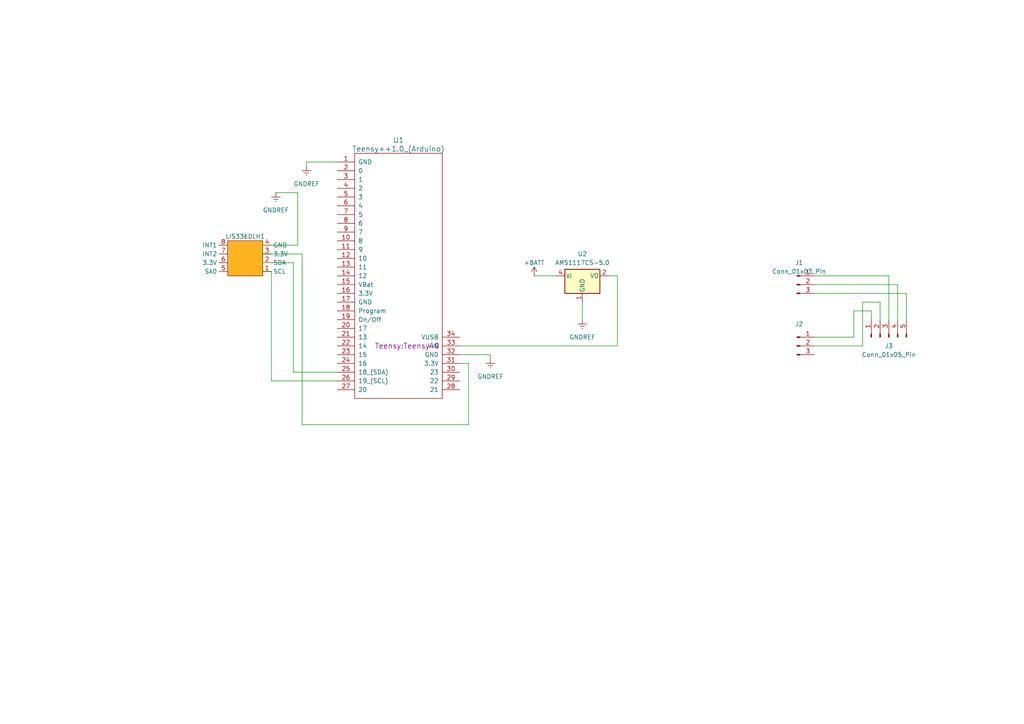
<source format=kicad_sch>
(kicad_sch (version 20230121) (generator eeschema)
  (paper "A4")
  (lib_symbols
    (symbol "Connector:Conn_01x03_Pin" (pin_names (offset 1.016) hide)
      (property "Reference" "J" (at 0 5.08 0))
      (property "Value" "Conn_01x03_Pin" (at 0 -5.08 0))
      (symbol "Conn_01x03_Pin_1_1"
        (polyline (pts (xy 1.27 -2.54) (xy 0.8636 -2.54)) (stroke (width 0.1524)))
        (polyline (pts (xy 1.27 0) (xy 0.8636 0)) (stroke (width 0.1524)))
        (polyline (pts (xy 1.27 2.54) (xy 0.8636 2.54)) (stroke (width 0.1524)))
        (rectangle (start 0.8636 -2.413) (end 0 -2.667) (stroke (width 0.1524)) (fill (type outline)))
        (rectangle (start 0.8636 0.127) (end 0 -0.127) (stroke (width 0.1524)) (fill (type outline)))
        (rectangle (start 0.8636 2.667) (end 0 2.413) (stroke (width 0.1524)) (fill (type outline)))
        (pin passive line (at 5.08 2.54 180) (length 3.81) (name "Pin_1") (number "1"))
        (pin passive line (at 5.08 0 180) (length 3.81) (name "Pin_2") (number "2"))
        (pin passive line (at 5.08 -2.54 180) (length 3.81) (name "Pin_3") (number "3"))
      )
    )
    (symbol "Connector:Conn_01x05_Pin" (pin_names (offset 1.016) hide)
      (property "Reference" "J" (at 0 7.62 0))
      (property "Value" "Conn_01x05_Pin" (at 0 -7.62 0))
      (symbol "Conn_01x05_Pin_1_1"
        (polyline (pts (xy 1.27 -5.08) (xy 0.8636 -5.08)) (stroke (width 0.1524)))
        (polyline (pts (xy 1.27 -2.54) (xy 0.8636 -2.54)) (stroke (width 0.1524)))
        (polyline (pts (xy 1.27 0) (xy 0.8636 0)) (stroke (width 0.1524)))
        (polyline (pts (xy 1.27 2.54) (xy 0.8636 2.54)) (stroke (width 0.1524)))
        (polyline (pts (xy 1.27 5.08) (xy 0.8636 5.08)) (stroke (width 0.1524)))
        (rectangle (start 0.8636 -4.953) (end 0 -5.207) (stroke (width 0.1524)) (fill (type outline)))
        (rectangle (start 0.8636 -2.413) (end 0 -2.667) (stroke (width 0.1524)) (fill (type outline)))
        (rectangle (start 0.8636 0.127) (end 0 -0.127) (stroke (width 0.1524)) (fill (type outline)))
        (rectangle (start 0.8636 2.667) (end 0 2.413) (stroke (width 0.1524)) (fill (type outline)))
        (rectangle (start 0.8636 5.207) (end 0 4.953) (stroke (width 0.1524)) (fill (type outline)))
        (pin passive line (at 5.08 5.08 180) (length 3.81) (name "Pin_1") (number "1"))
        (pin passive line (at 5.08 2.54 180) (length 3.81) (name "Pin_2") (number "2"))
        (pin passive line (at 5.08 0 180) (length 3.81) (name "Pin_3") (number "3"))
        (pin passive line (at 5.08 -2.54 180) (length 3.81) (name "Pin_4") (number "4"))
        (pin passive line (at 5.08 -5.08 180) (length 3.81) (name "Pin_5") (number "5"))
      )
    )
    (symbol "LIS331DLH:LIS331DLH"
      (property "Reference" "LIS331DLH" (at 0 0 0))
      (symbol "LIS331DLH_1_1"
        (rectangle (start -5.08 -1.27) (end 5.08 -11.43) (fill (type color) (color 255 179 33 1)))
        (pin input line (at 5.08 -10.16 0) (length 2.54) (name "SCL") (number "1"))
        (pin input line (at 5.08 -7.62 0) (length 2.54) (name "SDA") (number "2"))
        (pin input line (at 5.08 -5.08 0) (length 2.54) (name "3.3V") (number "3"))
        (pin input line (at 5.08 -2.54 0) (length 2.54) (name "GND") (number "4"))
        (pin input line (at -5.08 -10.16 180) (length 2.54) (name "SA0") (number "5"))
        (pin input line (at -5.08 -7.62 180) (length 2.54) (name "3.3V") (number "6"))
        (pin input line (at -5.08 -5.08 180) (length 2.54) (name "INT2") (number "7"))
        (pin input line (at -5.08 -2.54 180) (length 2.54) (name "INT1") (number "8"))
      )
    )
    (symbol "Regulator_Linear:AMS1117CS-5.0" (pin_names (offset 0.254))
      (property "Reference" "U" (at -3.81 3.175 0))
      (property "Value" "AMS1117CS-5.0" (at 0 3.175 0))
      (symbol "AMS1117CS-5.0_0_1"
        (rectangle (start -5.08 -5.08) (end 5.08 1.905) (stroke (width 0.254)) (fill (type background)))
      )
      (symbol "AMS1117CS-5.0_1_1"
        (pin power_in line (at 0 -7.62 90) (length 2.54) (name "GND") (number "1"))
        (pin power_out line (at 7.62 0 180) (length 2.54) (name "VO") (number "2"))
        (pin passive line (at 7.62 0 180) (length 2.54) hide (name "VO") (number "3"))
        (pin power_in line (at -7.62 0 0) (length 2.54) (name "VI") (number "4"))
        (pin no_connect line (at -2.54 -2.54 180) (length 2.54) hide (name "NC") (number "5"))
        (pin passive line (at 7.62 0 180) (length 2.54) hide (name "VO") (number "6"))
        (pin passive line (at 7.62 0 180) (length 2.54) hide (name "VO") (number "7"))
        (pin no_connect line (at 2.54 -2.54 0) (length 2.54) hide (name "NC") (number "8"))
      )
    )
    (symbol "Transformer:Teensy++1.0_(Arduino)" (pin_names (offset 1.016))
      (property "Reference" "U" (at 0 38.1 0))
      (property "Value" "Teensy++1.0_(Arduino)" (at 0 -38.1 0))
      (symbol "Teensy++1.0_(Arduino)_0_1"
        (rectangle (start -12.7 35.56) (end 12.7 -35.56))
      )
      (symbol "Teensy++1.0_(Arduino)_1_1"
        (pin power_in line (at -17.78 33.02 0) (length 5.08) (name "GND") (number "1"))
        (pin bidirectional line (at -17.78 10.16 0) (length 5.08) (name "8") (number "10"))
        (pin bidirectional line (at -17.78 7.62 0) (length 5.08) (name "9") (number "11"))
        (pin bidirectional line (at -17.78 5.08 0) (length 5.08) (name "10") (number "12"))
        (pin bidirectional line (at -17.78 2.54 0) (length 5.08) (name "11") (number "13"))
        (pin bidirectional line (at -17.78 0 0) (length 5.08) (name "12") (number "14"))
        (pin bidirectional line (at -17.78 -2.54 0) (length 5.08) (name "VBat") (number "15"))
        (pin bidirectional line (at -17.78 -5.08 0) (length 5.08) (name "3.3V") (number "16"))
        (pin bidirectional line (at -17.78 -7.62 0) (length 5.08) (name "GND") (number "17"))
        (pin bidirectional line (at -17.78 -10.16 0) (length 5.08) (name "Program") (number "18"))
        (pin bidirectional line (at -17.78 -12.7 0) (length 5.08) (name "On/Off") (number "19"))
        (pin bidirectional line (at -17.78 30.48 0) (length 5.08) (name "0") (number "2"))
        (pin bidirectional line (at -17.78 -15.24 0) (length 5.08) (name "17") (number "20"))
        (pin power_in line (at -17.78 -17.78 0) (length 5.08) (name "13") (number "21"))
        (pin power_in line (at -17.78 -20.32 0) (length 5.08) (name "14") (number "22"))
        (pin input line (at -17.78 -22.86 0) (length 5.08) (name "15") (number "23"))
        (pin bidirectional line (at -17.78 -25.4 0) (length 5.08) (name "16") (number "24"))
        (pin bidirectional line (at -17.78 -27.94 0) (length 5.08) (name "18_(SDA)") (number "25"))
        (pin bidirectional line (at -17.78 -30.48 0) (length 5.08) (name "19_(SCL)") (number "26"))
        (pin bidirectional line (at -17.78 -33.02 0) (length 5.08) (name "20") (number "27"))
        (pin bidirectional line (at 17.78 -33.02 180) (length 5.08) (name "21") (number "28"))
        (pin bidirectional line (at 17.78 -30.48 180) (length 5.08) (name "22") (number "29"))
        (pin bidirectional line (at -17.78 27.94 0) (length 5.08) (name "1") (number "3"))
        (pin bidirectional line (at 17.78 -27.94 180) (length 5.08) (name "23") (number "30"))
        (pin bidirectional line (at 17.78 -25.4 180) (length 5.08) (name "3.3V") (number "31"))
        (pin input line (at 17.78 -22.86 180) (length 5.08) (name "GND") (number "32"))
        (pin power_in line (at 17.78 -20.32 180) (length 5.08) (name "VIN") (number "33"))
        (pin bidirectional line (at 17.78 -17.78 180) (length 5.08) (name "VUSB") (number "34"))
        (pin bidirectional line (at -17.78 25.4 0) (length 5.08) (name "2") (number "4"))
        (pin bidirectional line (at -17.78 22.86 0) (length 5.08) (name "3") (number "5"))
        (pin bidirectional line (at -17.78 20.32 0) (length 5.08) (name "4") (number "6"))
        (pin bidirectional line (at -17.78 17.78 0) (length 5.08) (name "5") (number "7"))
        (pin bidirectional line (at -17.78 15.24 0) (length 5.08) (name "6") (number "8"))
        (pin bidirectional line (at -17.78 12.7 0) (length 5.08) (name "7") (number "9"))
      )
    )
    (symbol "power:+BATT" (power) (pin_names (offset 0))
      (property "Value" "+BATT" (at 0 3.556 0))
      (symbol "+BATT_0_1"
        (polyline (pts (xy -0.762 1.27) (xy 0 2.54)))
        (polyline (pts (xy 0 0) (xy 0 2.54)))
        (polyline (pts (xy 0 2.54) (xy 0.762 1.27)))
      )
      (symbol "+BATT_1_1"
        (pin power_in line (at 0 0 90) (length 0) hide (name "+BATT") (number "1"))
      )
    )
    (symbol "power:GNDREF" (power) (pin_names (offset 0))
      (property "Value" "GNDREF" (at 0 -3.81 0))
      (symbol "GNDREF_0_1"
        (polyline (pts (xy -0.635 -1.905) (xy 0.635 -1.905)))
        (polyline (pts (xy -0.127 -2.54) (xy 0.127 -2.54)))
        (polyline (pts (xy 0 -1.27) (xy 0 0)))
        (polyline (pts (xy 1.27 -1.27) (xy -1.27 -1.27)))
      )
      (symbol "GNDREF_1_1"
        (pin power_in line (at 0 0 270) (length 0) hide (name "GNDREF") (number "1"))
      )
    )
  )
  (wire (pts (xy 236.22 100.33) (xy 250.19 100.33)))
  (wire (pts (xy 78.74 78.74) (xy 78.74 110.49)))
  (wire (pts (xy 250.19 87.63) (xy 255.27 87.63)))
  (wire (pts (xy 76.2 73.66) (xy 87.63 73.66)))
  (wire (pts (xy 86.36 55.88) (xy 80.01 55.88)))
  (wire (pts (xy 88.9 48.26) (xy 88.9 46.99)))
  (wire (pts (xy 78.74 110.49) (xy 97.79 110.49)))
  (wire (pts (xy 161.29 80.01) (xy 154.94 80.01)))
  (wire (pts (xy 236.22 85.09) (xy 262.89 85.09)))
  (wire (pts (xy 252.73 90.17) (xy 252.73 92.71)))
  (wire (pts (xy 236.22 80.01) (xy 257.81 80.01)))
  (wire (pts (xy 135.89 105.41) (xy 135.89 123.19)))
  (wire (pts (xy 86.36 71.12) (xy 86.36 55.88)))
  (wire (pts (xy 86.36 71.12) (xy 76.2 71.12)))
  (wire (pts (xy 168.91 92.71) (xy 168.91 87.63)))
  (wire (pts (xy 88.9 46.99) (xy 97.79 46.99)))
  (wire (pts (xy 78.74 78.74) (xy 76.2 78.74)))
  (wire (pts (xy 85.09 76.2) (xy 76.2 76.2)))
  (wire (pts (xy 179.07 80.01) (xy 179.07 100.33)))
  (wire (pts (xy 142.24 102.87) (xy 133.35 102.87)))
  (wire (pts (xy 176.53 80.01) (xy 179.07 80.01)))
  (wire (pts (xy 236.22 97.79) (xy 247.65 97.79)))
  (wire (pts (xy 250.19 100.33) (xy 250.19 87.63)))
  (wire (pts (xy 97.79 107.95) (xy 85.09 107.95)))
  (wire (pts (xy 142.24 104.14) (xy 142.24 102.87)))
  (wire (pts (xy 179.07 100.33) (xy 133.35 100.33)))
  (wire (pts (xy 87.63 73.66) (xy 87.63 123.19)))
  (wire (pts (xy 247.65 90.17) (xy 252.73 90.17)))
  (wire (pts (xy 85.09 107.95) (xy 85.09 76.2)))
  (wire (pts (xy 135.89 123.19) (xy 87.63 123.19)))
  (wire (pts (xy 257.81 80.01) (xy 257.81 92.71)))
  (wire (pts (xy 247.65 97.79) (xy 247.65 90.17)))
  (wire (pts (xy 133.35 105.41) (xy 135.89 105.41)))
  (wire (pts (xy 260.35 92.71) (xy 260.35 82.55)))
  (wire (pts (xy 236.22 82.55) (xy 260.35 82.55)))
  (wire (pts (xy 255.27 87.63) (xy 255.27 92.71)))
  (wire (pts (xy 262.89 85.09) (xy 262.89 92.71)))
  (symbol (lib_id "power:GNDREF") (at 80.01 55.88 0) (unit 1)
    (property "Reference" "#PWR0101" (effects hide))
    (property "Value" "GNDREF" (at 80.01 60.96 0))
  )
  (symbol (lib_id "Connector:Conn_01x05_Pin") (at 257.81 97.79 90) (unit 1)
    (property "Reference" "J3" (at 257.81 100.33 90))
    (property "Value" "Conn_01x05_Pin" (at 257.81 102.87 90))
    (property "Footprint" "Connector_JST:JST_XH_B5B-XH-A_1x05_P2.50mm_Vertical" (effects hide))
  )
  (symbol (lib_id "Connector:Conn_01x03_Pin") (at 231.14 100.33 0) (unit 1)
    (property "Reference" "J2" (at 231.775 93.98 0))
    (property "Value" "Conn_01x03_Pin" (effects hide))
    (property "Footprint" "Connector_JST:JST_XH_B3B-XH-A_1x03_P2.50mm_Vertical" (effects hide))
  )
  (symbol (lib_id "power:GNDREF") (at 88.9 48.26 0) (unit 1)
    (property "Reference" "#PWR02" (effects hide))
    (property "Value" "GNDREF" (at 88.9 53.34 0))
  )
  (symbol (lib_id "LIS331DLH:LIS331DLH") (at 71.12 68.58 0) (unit 1)
    (property "Reference" "LIS331DLH1" (at 71.12 68.58 0))
    (property "Value" "~" (at 71.12 68.58 0))
    (property "Footprint" "LIS331DLH:lis331dlh" (effects hide))
  )
  (symbol (lib_id "power:GNDREF") (at 142.24 104.14 0) (unit 1)
    (property "Reference" "#PWR01" (effects hide))
    (property "Value" "GNDREF" (at 142.24 109.22 0))
  )
  (symbol (lib_id "power:GNDREF") (at 168.91 92.71 0) (unit 1)
    (property "Reference" "#PWR04" (effects hide))
    (property "Value" "GNDREF" (at 168.91 97.79 0))
  )
  (symbol (lib_id "Regulator_Linear:AMS1117CS-5.0") (at 168.91 80.01 0) (unit 1)
    (property "Reference" "U2" (at 168.91 73.66 0))
    (property "Value" "AMS1117CS-5.0" (at 168.91 76.2 0))
    (property "Footprint" "Package_TO_SOT_SMD:SOT-223" (effects hide))
    (property "Datasheet" "http://www.advanced-monolithic.com/pdf/ds1117.pdf" (effects hide))
  )
  (symbol (lib_id "Transformer:Teensy++1.0_(Arduino)") (at 115.57 80.01 0) (unit 1)
    (property "Reference" "U1" (at 115.57 40.64 0) (effects (font (size 1.524 1.524))))
    (property "Value" "Teensy++1.0_(Arduino)" (at 115.57 43.18 0) (effects (font (size 1.524 1.524))))
    (property "Footprint" "Teensy:Teensy40" (at 118.11 100.33 0) (effects (font (size 1.524 1.524))))
  )
  (symbol (lib_id "power:+BATT") (at 154.94 80.01 0) (unit 1)
    (property "Reference" "#PWR03" (effects hide))
    (property "Value" "+BATT" (at 154.94 76.2 0))
  )
  (symbol (lib_id "Connector:Conn_01x03_Pin") (at 231.14 82.55 0) (unit 1)
    (property "Reference" "J1" (at 231.775 76.2 0))
    (property "Value" "Conn_01x03_Pin" (at 231.775 78.74 0))
    (property "Footprint" "Connector_JST:JST_XH_B3B-XH-A_1x03_P2.50mm_Vertical" (effects hide))
  )
)
</source>
